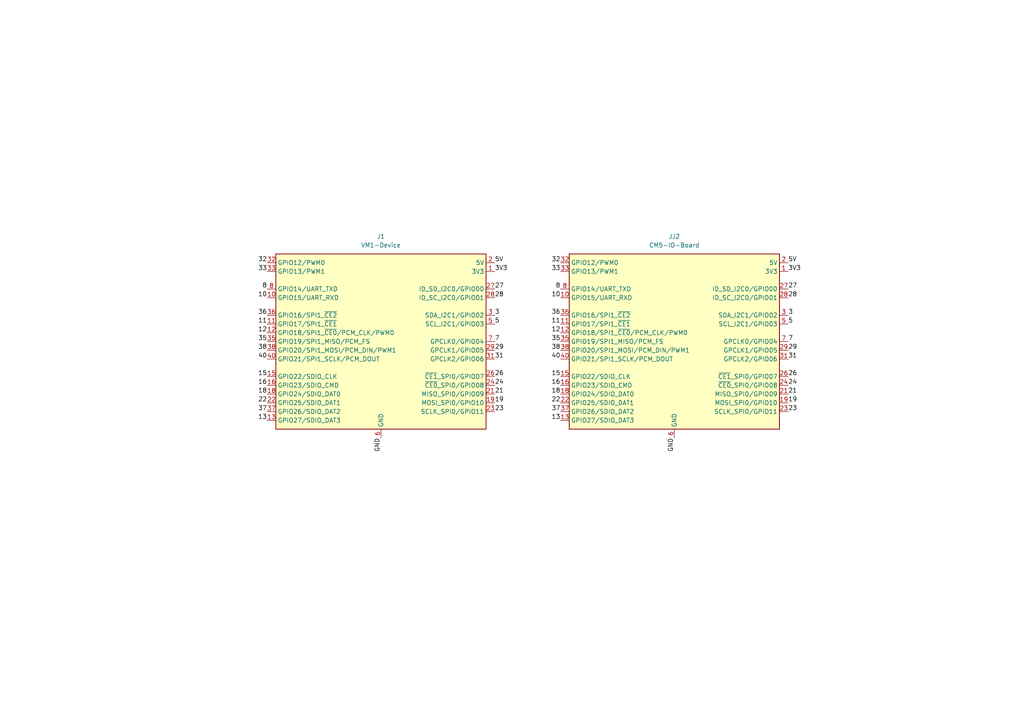
<source format=kicad_sch>
(kicad_sch (version 20250114) (generator "eeschema") (generator_version "9.0")
  (paper "A4")
  (lib_symbols
    (symbol "Connector:Raspberry_Pi_4"
      (property "Reference" "J" (at -17.526 48.768 0))
      (property "Value" "Raspberry_Pi_4" (at 15.748 -26.416 0))
      (symbol "Raspberry_Pi_4_0_1"
        (rectangle (start -30.48 25.4) (end 30.48 -25.4) (stroke (width 0.254)) (fill (type background)))
      )
      (symbol "Raspberry_Pi_4_1_1"
        (pin bidirectional line (at -33.02 22.86 0) (length 2.54) (name "GPIO12/PWM0") (number "32"))
        (pin bidirectional line (at -33.02 20.32 0) (length 2.54) (name "GPIO13/PWM1") (number "33"))
        (pin bidirectional line (at -33.02 15.24 0) (length 2.54) (name "GPIO14/UART_TXD") (number "8"))
        (pin bidirectional line (at -33.02 12.7 0) (length 2.54) (name "GPIO15/UART_RXD") (number "10"))
        (pin bidirectional line (at -33.02 7.62 0) (length 2.54) (name "GPIO16/SPI1_~{CE2}") (number "36"))
        (pin bidirectional line (at -33.02 5.08 0) (length 2.54) (name "GPIO17/SPI1_~{CE1}") (number "11"))
        (pin bidirectional line (at -33.02 2.54 0) (length 2.54) (name "GPIO18/SPI1_~{CE0}/PCM_CLK/PWM0") (number "12"))
        (pin bidirectional line (at -33.02 0 0) (length 2.54) (name "GPIO19/SPI1_MISO/PCM_FS") (number "35"))
        (pin bidirectional line (at -33.02 -2.54 0) (length 2.54) (name "GPIO20/SPI1_MOSI/PCM_DIN/PWM1") (number "38"))
        (pin bidirectional line (at -33.02 -5.08 0) (length 2.54) (name "GPIO21/SPI1_SCLK/PCM_DOUT") (number "40"))
        (pin bidirectional line (at -33.02 -10.16 0) (length 2.54) (name "GPIO22/SDIO_CLK") (number "15"))
        (pin bidirectional line (at -33.02 -12.7 0) (length 2.54) (name "GPIO23/SDIO_CMD") (number "16"))
        (pin bidirectional line (at -33.02 -15.24 0) (length 2.54) (name "GPIO24/SDIO_DAT0") (number "18"))
        (pin bidirectional line (at -33.02 -17.78 0) (length 2.54) (name "GPIO25/SDIO_DAT1") (number "22"))
        (pin bidirectional line (at -33.02 -20.32 0) (length 2.54) (name "GPIO26/SDIO_DAT2") (number "37"))
        (pin bidirectional line (at -33.02 -22.86 0) (length 2.54) (name "GPIO27/SDIO_DAT3") (number "13"))
        (pin passive line (at 0 -27.94 90) (length 2.54) (hide yes) (name "GND") (number "14"))
        (pin passive line (at 0 -27.94 90) (length 2.54) (hide yes) (name "GND") (number "20"))
        (pin passive line (at 0 -27.94 90) (length 2.54) (hide yes) (name "GND") (number "25"))
        (pin passive line (at 0 -27.94 90) (length 2.54) (hide yes) (name "GND") (number "30"))
        (pin passive line (at 0 -27.94 90) (length 2.54) (hide yes) (name "GND") (number "34"))
        (pin passive line (at 0 -27.94 90) (length 2.54) (hide yes) (name "GND") (number "39"))
        (pin power_out line (at 0 -27.94 90) (length 2.54) (name "GND") (number "6"))
        (pin passive line (at 0 -27.94 90) (length 2.54) (hide yes) (name "GND") (number "9"))
        (pin power_out line (at 33.02 22.86 180) (length 2.54) (name "5V") (number "2"))
        (pin passive line (at 33.02 22.86 180) (length 2.54) (hide yes) (name "5V") (number "4"))
        (pin power_out line (at 33.02 20.32 180) (length 2.54) (name "3V3") (number "1"))
        (pin passive line (at 33.02 20.32 180) (length 2.54) (hide yes) (name "3V3") (number "17"))
        (pin bidirectional line (at 33.02 15.24 180) (length 2.54) (name "ID_SD_I2C0/GPIO00") (number "27"))
        (pin bidirectional line (at 33.02 12.7 180) (length 2.54) (name "ID_SC_I2C0/GPIO01") (number "28"))
        (pin bidirectional line (at 33.02 7.62 180) (length 2.54) (name "SDA_I2C1/GPIO02") (number "3"))
        (pin bidirectional line (at 33.02 5.08 180) (length 2.54) (name "SCL_I2C1/GPIO03") (number "5"))
        (pin bidirectional line (at 33.02 0 180) (length 2.54) (name "GPCLK0/GPIO04") (number "7"))
        (pin bidirectional line (at 33.02 -2.54 180) (length 2.54) (name "GPCLK1/GPIO05") (number "29"))
        (pin bidirectional line (at 33.02 -5.08 180) (length 2.54) (name "GPCLK2/GPIO06") (number "31"))
        (pin bidirectional line (at 33.02 -10.16 180) (length 2.54) (name "~{CE1}_SPI0/GPIO07") (number "26"))
        (pin bidirectional line (at 33.02 -12.7 180) (length 2.54) (name "~{CE0}_SPI0/GPIO08") (number "24"))
        (pin bidirectional line (at 33.02 -15.24 180) (length 2.54) (name "MISO_SPI0/GPIO09") (number "21"))
        (pin bidirectional line (at 33.02 -17.78 180) (length 2.54) (name "MOSI_SPI0/GPIO10") (number "19"))
        (pin bidirectional line (at 33.02 -20.32 180) (length 2.54) (name "SCLK_SPI0/GPIO11") (number "23"))
      )
    )
  )
  (label "28" (at 228.6 86.36 0))
  (label "37" (at 162.56 119.38 180))
  (label "24" (at 143.51 111.76 0))
  (label "38" (at 77.47 101.6 180))
  (label "15" (at 162.56 109.22 180))
  (label "23" (at 143.51 119.38 0))
  (label "5V" (at 143.51 76.2 0))
  (label "16" (at 162.56 111.76 180))
  (label "24" (at 228.6 111.76 0))
  (label "36" (at 162.56 91.44 180))
  (label "22" (at 77.47 116.84 180))
  (label "21" (at 143.51 114.3 0))
  (label "31" (at 228.6 104.14 0))
  (label "40" (at 162.56 104.14 180))
  (label "5V" (at 228.6 76.2 0))
  (label "8" (at 77.47 83.82 180))
  (label "13" (at 162.56 121.92 180))
  (label "11" (at 77.47 93.98 180))
  (label "27" (at 143.51 83.82 0))
  (label "26" (at 143.51 109.22 0))
  (label "5" (at 143.51 93.98 0))
  (label "21" (at 228.6 114.3 0))
  (label "38" (at 162.56 101.6 180))
  (label "22" (at 162.56 116.84 180))
  (label "GND" (at 195.58 127 270))
  (label "28" (at 143.51 86.36 0))
  (label "3V3" (at 228.6 78.74 0))
  (label "32" (at 77.47 76.2 180))
  (label "18" (at 162.56 114.3 180))
  (label "40" (at 77.47 104.14 180))
  (label "29" (at 143.51 101.6 0))
  (label "5" (at 228.6 93.98 0))
  (label "19" (at 143.51 116.84 0))
  (label "7" (at 228.6 99.06 0))
  (label "33" (at 162.56 78.74 180))
  (label "35" (at 162.56 99.06 180))
  (label "31" (at 143.51 104.14 0))
  (label "36" (at 77.47 91.44 180))
  (label "35" (at 77.47 99.06 180))
  (label "7" (at 143.51 99.06 0))
  (label "13" (at 77.47 121.92 180))
  (label "8" (at 162.56 83.82 180))
  (label "10" (at 162.56 86.36 180))
  (label "GND" (at 110.49 127 270))
  (label "37" (at 77.47 119.38 180))
  (label "11" (at 162.56 93.98 180))
  (label "27" (at 228.6 83.82 0))
  (label "33" (at 77.47 78.74 180))
  (label "26" (at 228.6 109.22 0))
  (label "19" (at 228.6 116.84 0))
  (label "3V3" (at 143.51 78.74 0))
  (label "12" (at 162.56 96.52 180))
  (label "32" (at 162.56 76.2 180))
  (label "3" (at 143.51 91.44 0))
  (label "15" (at 77.47 109.22 180))
  (label "23" (at 228.6 119.38 0))
  (label "3" (at 228.6 91.44 0))
  (label "18" (at 77.47 114.3 180))
  (label "29" (at 228.6 101.6 0))
  (label "10" (at 77.47 86.36 180))
  (label "12" (at 77.47 96.52 180))
  (label "16" (at 77.47 111.76 180))
  (symbol (lib_id "Connector:Raspberry_Pi_4") (at 195.58 99.06 0) (unit 1)
    (property "Reference" "JJ2" (at 195.58 68.58 0))
    (property "Value" "CM5-IO-Board" (at 195.58 71.12 0))
    (property "Footprint" "Connector_PinHeader_2.54mm:PinHeader_2x20_P2.54mm_Vertical" (effects (hide yes)))
    (property "Datasheet" "https://datasheets.raspberrypi.com/rpi4/raspberry-pi-4-datasheet.pdf" (effects (hide yes)))
    (property "Description" "Raspberry Pi 4 Model B" (effects (hide yes)))
  )
  (symbol (lib_id "Connector:Raspberry_Pi_4") (at 110.49 99.06 0) (unit 1)
    (property "Reference" "J1" (at 110.49 68.58 0))
    (property "Value" "VM1-Device" (at 110.49 71.12 0))
    (property "Footprint" "Connector_PinHeader_2.54mm:PinHeader_2x20_P2.54mm_Vertical" (effects (hide yes)))
    (property "Datasheet" "https://datasheets.raspberrypi.com/rpi4/raspberry-pi-4-datasheet.pdf" (effects (hide yes)))
    (property "Description" "Raspberry Pi 4 Model B" (effects (hide yes)))
  )
)
</source>
